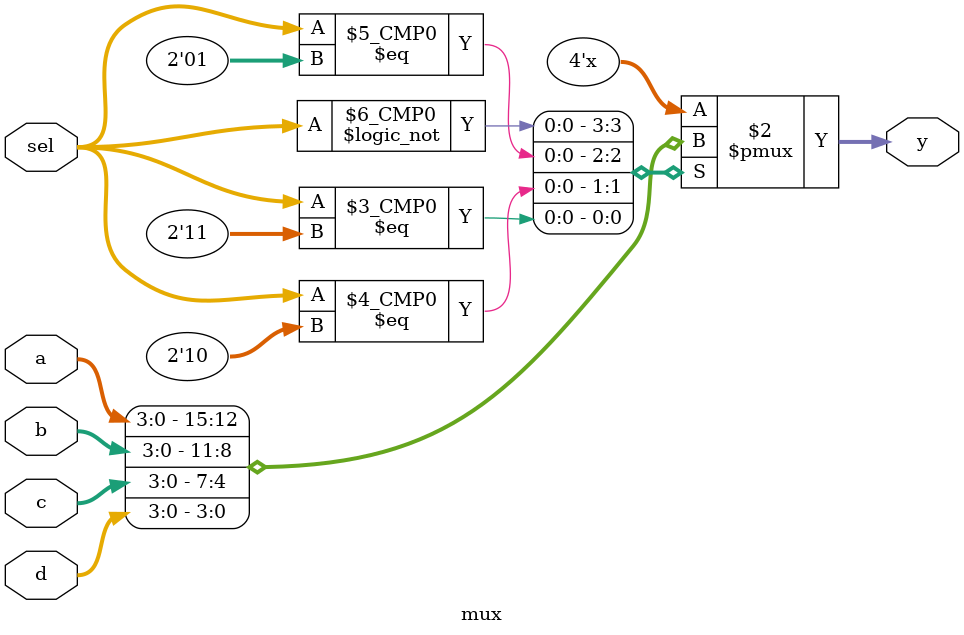
<source format=sv>
module mux(
input [3:0] a,b,c,d,
input [1:0] sel,
output reg [3:0] y
);
 
always@(*)
   begin
    case(sel)
     2'b00 : y = a;
     2'b01 : y = b;
     2'b10 : y = c;
     2'b11 : y = d;
     default : y = 4'b0000;
    endcase
   end


endmodule
 

</source>
